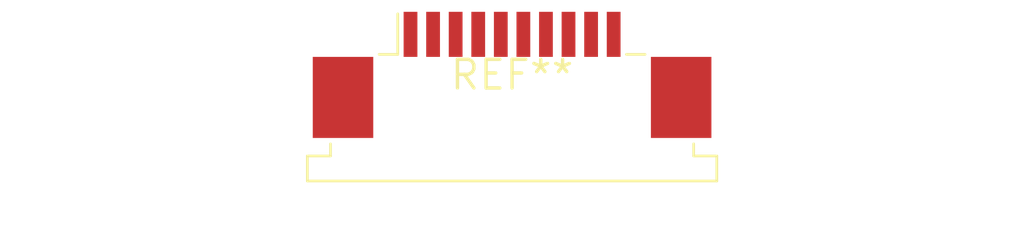
<source format=kicad_pcb>
(kicad_pcb (version 20240108) (generator pcbnew)
  (layers (0 "F.Cu" signal) (31 "B.Cu" signal) (34 "B.Paste" user) (35 "F.Paste" user) (36 "B.SilkS" user "B.Silkscreen") (37 "F.SilkS" user "F.Silkscreen") (38 "B.Mask" user) (39 "F.Mask" user) (44 "Edge.Cuts" user))
  (net 0 "")
  (footprint "TE_1-84952-0_1x10-1MP_P1.0mm_Horizontal" (layer "F.Cu") (at 0 0)
    (property "Reference" "REF**")
    (property "Value" "TE_1-84952-0_1x10-1MP_P1.0mm_Horizontal")
    (fp_line (start -9.07 3.6) (end -8.045 3.6) (layer "F.SilkS") (stroke (width 0.12)))
    (fp_line (start -9.07 4.71) (end -9.07 3.6) (layer "F.SilkS") (stroke (width 0.12)))
    (fp_line (start -8.045 3.6) (end -8.045 3.06) (layer "F.SilkS") (stroke (width 0.12)))
    (fp_line (start -5.89 -0.91) (end -5.065 -0.91) (layer "F.SilkS") (stroke (width 0.12)))
    (fp_line (start -5.065 -0.91) (end -5.065 -2.71) (layer "F.SilkS") (stroke (width 0.12)))
    (fp_line (start 5.065 -0.91) (end 5.89 -0.91) (layer "F.SilkS") (stroke (width 0.12)))
    (fp_line (start 8.045 3.06) (end 8.045 3.6) (layer "F.SilkS") (stroke (width 0.12)))
    (fp_line (start 8.045 3.6) (end 9.07 3.6) (layer "F.SilkS") (stroke (width 0.12)))
    (fp_line (start 9.07 3.6) (end 9.07 4.71) (layer "F.SilkS") (stroke (width 0.12)))
    (fp_line (start 9.07 4.71) (end -9.07 4.71) (layer "F.SilkS") (stroke (width 0.12)))
    (pad "1" smd rect (at -4.5 -1.8) (size 0.61 2) (layers "F.Cu" "F.Paste" "F.Mask"))
    (pad "2" smd rect (at -3.5 -1.8) (size 0.61 2) (layers "F.Cu" "F.Paste" "F.Mask"))
    (pad "3" smd rect (at -2.5 -1.8) (size 0.61 2) (layers "F.Cu" "F.Paste" "F.Mask"))
    (pad "4" smd rect (at -1.5 -1.8) (size 0.61 2) (layers "F.Cu" "F.Paste" "F.Mask"))
    (pad "5" smd rect (at -0.5 -1.8) (size 0.61 2) (layers "F.Cu" "F.Paste" "F.Mask"))
    (pad "6" smd rect (at 0.5 -1.8) (size 0.61 2) (layers "F.Cu" "F.Paste" "F.Mask"))
    (pad "7" smd rect (at 1.5 -1.8) (size 0.61 2) (layers "F.Cu" "F.Paste" "F.Mask"))
    (pad "8" smd rect (at 2.5 -1.8) (size 0.61 2) (layers "F.Cu" "F.Paste" "F.Mask"))
    (pad "9" smd rect (at 3.5 -1.8) (size 0.61 2) (layers "F.Cu" "F.Paste" "F.Mask"))
    (pad "10" smd rect (at 4.5 -1.8) (size 0.61 2) (layers "F.Cu" "F.Paste" "F.Mask"))
    (pad "MP" smd rect (at -7.49 1) (size 2.68 3.6) (layers "F.Cu" "F.Paste" "F.Mask"))
    (pad "MP" smd rect (at 7.49 1) (size 2.68 3.6) (layers "F.Cu" "F.Paste" "F.Mask"))
  )
)
</source>
